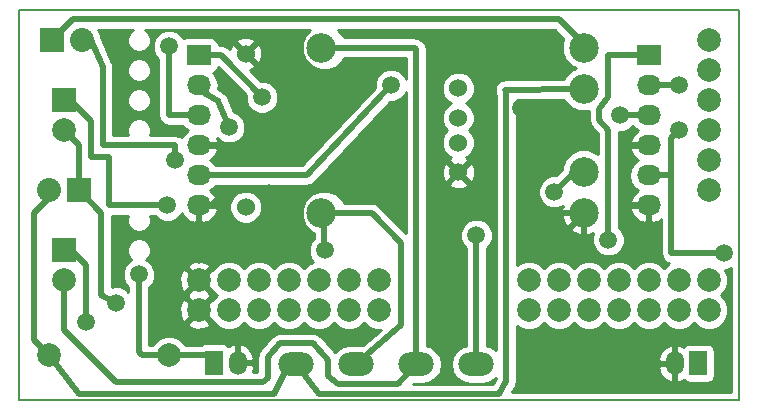
<source format=gbr>
G04 #@! TF.FileFunction,Copper,L2,Bot,Signal*
%FSLAX46Y46*%
G04 Gerber Fmt 4.6, Leading zero omitted, Abs format (unit mm)*
G04 Created by KiCad (PCBNEW 4.0.2-4+6225~38~ubuntu14.04.1-stable) date fre 22 apr 2016 20:18:46*
%MOMM*%
G01*
G04 APERTURE LIST*
%ADD10C,0.100000*%
%ADD11C,0.150000*%
%ADD12R,2.032000X2.032000*%
%ADD13O,2.032000X2.032000*%
%ADD14R,2.032000X1.727200*%
%ADD15O,2.032000X1.727200*%
%ADD16R,1.500000X2.000000*%
%ADD17O,1.500000X2.000000*%
%ADD18C,1.998980*%
%ADD19C,2.000000*%
%ADD20C,1.524000*%
%ADD21C,2.500000*%
%ADD22R,2.000000X2.000000*%
%ADD23O,3.000000X2.000000*%
%ADD24C,1.500000*%
%ADD25C,0.500000*%
%ADD26C,0.254000*%
G04 APERTURE END LIST*
D10*
D11*
X110490000Y-86360000D02*
X171450000Y-86360000D01*
X110490000Y-119380000D02*
X110490000Y-86360000D01*
X171450000Y-119380000D02*
X110490000Y-119380000D01*
X171450000Y-86360000D02*
X171450000Y-119380000D01*
D12*
X115570000Y-101600000D03*
D13*
X113030000Y-101600000D03*
D12*
X113284000Y-88900000D03*
D13*
X115824000Y-88900000D03*
D14*
X125730000Y-90170000D03*
D15*
X125730000Y-92710000D03*
X125730000Y-95250000D03*
X125730000Y-97790000D03*
X125730000Y-100330000D03*
X125730000Y-102870000D03*
D14*
X163830000Y-90170000D03*
D15*
X163830000Y-92710000D03*
X163830000Y-95250000D03*
X163830000Y-97790000D03*
X163830000Y-100330000D03*
X163830000Y-102870000D03*
D16*
X168020000Y-116240000D03*
D17*
X166020000Y-116240000D03*
D18*
X123190000Y-115570000D03*
X113030000Y-115570000D03*
D16*
X127000000Y-116205000D03*
D17*
X129000000Y-116205000D03*
D19*
X168910000Y-88900000D03*
X168910000Y-91440000D03*
X168910000Y-93980000D03*
X168910000Y-96520000D03*
X168910000Y-99060000D03*
X168910000Y-101600000D03*
X168910000Y-109220000D03*
X168910000Y-111760000D03*
X166370000Y-109220000D03*
X166370000Y-111760000D03*
X163830000Y-109220000D03*
X163830000Y-111760000D03*
X161290000Y-109220000D03*
X161290000Y-111760000D03*
X158750000Y-109220000D03*
X158750000Y-111760000D03*
X156210000Y-109220000D03*
X156210000Y-111760000D03*
X153670000Y-109220000D03*
X153670000Y-111760000D03*
X140970000Y-109220000D03*
X140970000Y-111760000D03*
X138430000Y-109220000D03*
X138430000Y-111760000D03*
X135890000Y-109220000D03*
X135890000Y-111760000D03*
X133350000Y-109220000D03*
X133350000Y-111760000D03*
X130810000Y-109220000D03*
X130810000Y-111760000D03*
X128270000Y-109220000D03*
X128270000Y-111760000D03*
X125730000Y-109220000D03*
X125730000Y-111760000D03*
D20*
X129700000Y-103020000D03*
X129700000Y-90020000D03*
X147700000Y-100070000D03*
X147700000Y-92970000D03*
X147700000Y-97570000D03*
X147700000Y-95470000D03*
D21*
X136070000Y-89520000D03*
X136070000Y-103520000D03*
X158320000Y-89520000D03*
X158320000Y-93020000D03*
X158320000Y-103520000D03*
X158320000Y-100020000D03*
D22*
X114300000Y-106680000D03*
D19*
X114300000Y-109220000D03*
D22*
X114300000Y-93980000D03*
D19*
X114300000Y-96520000D03*
D23*
X149225000Y-116332000D03*
X144145000Y-116332000D03*
X139065000Y-116332000D03*
X133985000Y-116332000D03*
D24*
X116205000Y-112776000D03*
X136398000Y-106680000D03*
X123063000Y-102870000D03*
X155829000Y-101727000D03*
X149225000Y-105410000D03*
X118745000Y-111125000D03*
X123698000Y-99060000D03*
X131064000Y-93726000D03*
X128270000Y-96266000D03*
X123190000Y-89408000D03*
X125730000Y-107061000D03*
X131699000Y-101854000D03*
X131826000Y-97790000D03*
X153035000Y-94615000D03*
X166370000Y-96520000D03*
X141986000Y-92710000D03*
X170180000Y-106934000D03*
X160401000Y-105791000D03*
X166370000Y-92710000D03*
X161417000Y-95250000D03*
X120650000Y-108712000D03*
D25*
X136320000Y-103520000D02*
X136320000Y-106602000D01*
X116205000Y-107950000D02*
X114935000Y-106680000D01*
X116205000Y-107950000D02*
X116205000Y-112776000D01*
X136320000Y-106602000D02*
X136398000Y-106680000D01*
X114300000Y-106680000D02*
X114935000Y-106680000D01*
X136320000Y-103520000D02*
X140350000Y-103520000D01*
X142875000Y-113030000D02*
X139065000Y-116332000D01*
X142875000Y-106045000D02*
X142875000Y-113030000D01*
X140350000Y-103520000D02*
X142875000Y-106045000D01*
X136320000Y-89520000D02*
X144018005Y-89532061D01*
X144018005Y-89532061D02*
X144145000Y-89759000D01*
X144145000Y-116332000D02*
X142621000Y-117983000D01*
X114300000Y-113411000D02*
X114300000Y-109220000D01*
X118745000Y-117856000D02*
X114300000Y-113411000D01*
X131191000Y-117856000D02*
X118745000Y-117856000D01*
X131572000Y-117475000D02*
X131191000Y-117856000D01*
X131572000Y-115697000D02*
X131572000Y-117475000D01*
X132588000Y-114554000D02*
X131572000Y-115697000D01*
X135382000Y-114554000D02*
X132588000Y-114554000D01*
X136652000Y-115951000D02*
X135382000Y-114554000D01*
X136652000Y-117348000D02*
X136652000Y-115951000D01*
X137541000Y-117983000D02*
X136652000Y-117348000D01*
X142621000Y-117983000D02*
X137541000Y-117983000D01*
X144145000Y-89647000D02*
X144145000Y-89759000D01*
X144145000Y-89759000D02*
X144145000Y-96647000D01*
X144145000Y-104775000D02*
X144145000Y-116332000D01*
X144145000Y-96647000D02*
X144145000Y-104775000D01*
X123063000Y-102870000D02*
X118110000Y-102870000D01*
X118110000Y-102870000D02*
X118110000Y-98806000D01*
X118110000Y-98806000D02*
X116586000Y-98806000D01*
X116586000Y-98806000D02*
X116586000Y-95758000D01*
X114808000Y-93980000D02*
X116586000Y-95758000D01*
X155829000Y-101727000D02*
X157536000Y-100020000D01*
X157536000Y-100020000D02*
X158320000Y-100020000D01*
X114808000Y-93980000D02*
X114300000Y-93980000D01*
X118745000Y-111125000D02*
X117475000Y-110490000D01*
X117475000Y-110490000D02*
X117475000Y-103505000D01*
X115570000Y-101600000D02*
X117475000Y-103505000D01*
X149225000Y-105410000D02*
X149225000Y-116332000D01*
X114300000Y-96520000D02*
X115570000Y-97790000D01*
X115570000Y-97790000D02*
X115570000Y-101600000D01*
X157685000Y-93020000D02*
X151638000Y-93091000D01*
X135890000Y-118872000D02*
X133985000Y-116332000D01*
X151130000Y-118872000D02*
X135890000Y-118872000D01*
X151765000Y-117729000D02*
X151130000Y-118872000D01*
X151765000Y-115824000D02*
X151765000Y-117729000D01*
X151765000Y-113665000D02*
X151765000Y-115824000D01*
X151765000Y-93210766D02*
X151765000Y-113665000D01*
X151638000Y-93091000D02*
X151765000Y-93210766D01*
X113030000Y-115570000D02*
X115570000Y-118872000D01*
X132080000Y-118872000D02*
X133350000Y-116332000D01*
X115570000Y-118872000D02*
X132080000Y-118872000D01*
X133350000Y-116332000D02*
X133985000Y-116332000D01*
X113030000Y-101600000D02*
X113030000Y-102235000D01*
X113030000Y-102235000D02*
X111760000Y-103505000D01*
X111760000Y-114300000D02*
X113030000Y-115570000D01*
X111760000Y-103505000D02*
X111760000Y-114300000D01*
X112395000Y-114935000D02*
X113030000Y-115570000D01*
X157685000Y-93020000D02*
X157155000Y-93020000D01*
X158320000Y-89520000D02*
X158320000Y-89232000D01*
X158320000Y-89232000D02*
X156210000Y-87122000D01*
X115062000Y-87122000D02*
X113284000Y-88900000D01*
X156210000Y-87122000D02*
X115062000Y-87122000D01*
X113030000Y-88646000D02*
X113030000Y-88900000D01*
X158320000Y-89520000D02*
X158320000Y-89105000D01*
X158320000Y-89520000D02*
X158320000Y-89740000D01*
X123698000Y-97790000D02*
X123698000Y-99060000D01*
X117602000Y-97790000D02*
X123698000Y-97790000D01*
X117602000Y-91186000D02*
X117602000Y-97790000D01*
X116586000Y-88900000D02*
X117602000Y-91186000D01*
X115824000Y-88900000D02*
X116586000Y-88900000D01*
X127635000Y-90170000D02*
X125730000Y-90170000D01*
X131064000Y-93726000D02*
X127635000Y-90170000D01*
X125476000Y-92964000D02*
X127336062Y-94026892D01*
X127336062Y-94026892D02*
X128270000Y-96266000D01*
X125730000Y-95250000D02*
X123190000Y-95250000D01*
X123190000Y-95250000D02*
X123190000Y-89408000D01*
X128143000Y-101600000D02*
X131445000Y-101600000D01*
X126873000Y-102870000D02*
X128143000Y-101600000D01*
X125730000Y-97790000D02*
X131826000Y-97790000D01*
X126873000Y-102870000D02*
X125730000Y-102870000D01*
X131445000Y-101600000D02*
X131699000Y-101854000D01*
X163830000Y-97790000D02*
X161798000Y-97790000D01*
X161798000Y-102870000D02*
X163830000Y-102870000D01*
X161798000Y-97790000D02*
X161798000Y-102870000D01*
X125730000Y-107061000D02*
X125730000Y-102870000D01*
X163830000Y-102870000D02*
X163830000Y-107315000D01*
X158320000Y-107110000D02*
X158320000Y-103520000D01*
X158115000Y-107315000D02*
X158320000Y-107110000D01*
X163830000Y-107315000D02*
X158115000Y-107315000D01*
X153035000Y-94615000D02*
X153035000Y-102235000D01*
X153035000Y-102235000D02*
X154305000Y-103505000D01*
X154305000Y-103505000D02*
X158305000Y-103505000D01*
X158305000Y-103505000D02*
X158320000Y-103520000D01*
X166370000Y-96520000D02*
X165735000Y-97155000D01*
X165735000Y-97155000D02*
X165735000Y-100330000D01*
X134874000Y-100330000D02*
X125730000Y-100330000D01*
X141986000Y-92710000D02*
X134874000Y-100330000D01*
X141986000Y-92710000D02*
X141986000Y-92710000D01*
X163195000Y-100330000D02*
X163830000Y-100330000D01*
X163830000Y-100330000D02*
X165735000Y-100330000D01*
X165735000Y-100330000D02*
X165735000Y-106680000D01*
X165735000Y-106680000D02*
X165735000Y-106934000D01*
X165735000Y-106934000D02*
X170180000Y-106934000D01*
X161925000Y-90170000D02*
X163830000Y-90170000D01*
X160401000Y-90170000D02*
X161925000Y-90170000D01*
X160401000Y-105791000D02*
X160401000Y-96520000D01*
X160401000Y-96520000D02*
X159639000Y-95631000D01*
X159639000Y-95631000D02*
X159639000Y-94742000D01*
X159639000Y-94742000D02*
X160401000Y-93726000D01*
X160401000Y-93726000D02*
X160401000Y-90170000D01*
X163830000Y-92710000D02*
X166370000Y-92710000D01*
X163830000Y-95250000D02*
X161417000Y-95250000D01*
X123190000Y-115570000D02*
X120904000Y-115570000D01*
X120650000Y-115316000D02*
X120650000Y-108712000D01*
X120904000Y-115570000D02*
X120650000Y-115316000D01*
X123190000Y-115570000D02*
X126365000Y-115570000D01*
X126365000Y-115570000D02*
X127000000Y-116205000D01*
D26*
G36*
X170740000Y-118670000D02*
X152254626Y-118670000D01*
X152538629Y-118158794D01*
X152554250Y-118110153D01*
X152582633Y-118067675D01*
X152606620Y-117947084D01*
X152644215Y-117830022D01*
X152640033Y-117779106D01*
X152650000Y-117729000D01*
X152650000Y-116586055D01*
X164627261Y-116586055D01*
X164770036Y-117111721D01*
X165103106Y-117542736D01*
X165575765Y-117813481D01*
X165678815Y-117832318D01*
X165893000Y-117709656D01*
X165893000Y-116367000D01*
X164788132Y-116367000D01*
X164627261Y-116586055D01*
X152650000Y-116586055D01*
X152650000Y-115893945D01*
X164627261Y-115893945D01*
X164788132Y-116113000D01*
X165893000Y-116113000D01*
X165893000Y-114770344D01*
X166147000Y-114770344D01*
X166147000Y-116113000D01*
X166167000Y-116113000D01*
X166167000Y-116367000D01*
X166147000Y-116367000D01*
X166147000Y-117709656D01*
X166361185Y-117832318D01*
X166464235Y-117813481D01*
X166771269Y-117637608D01*
X166805910Y-117691441D01*
X167018110Y-117836431D01*
X167270000Y-117887440D01*
X168770000Y-117887440D01*
X169005317Y-117843162D01*
X169221441Y-117704090D01*
X169366431Y-117491890D01*
X169417440Y-117240000D01*
X169417440Y-115240000D01*
X169373162Y-115004683D01*
X169234090Y-114788559D01*
X169021890Y-114643569D01*
X168770000Y-114592560D01*
X167270000Y-114592560D01*
X167034683Y-114636838D01*
X166818559Y-114775910D01*
X166772609Y-114843160D01*
X166464235Y-114666519D01*
X166361185Y-114647682D01*
X166147000Y-114770344D01*
X165893000Y-114770344D01*
X165678815Y-114647682D01*
X165575765Y-114666519D01*
X165103106Y-114937264D01*
X164770036Y-115368279D01*
X164627261Y-115893945D01*
X152650000Y-115893945D01*
X152650000Y-113052479D01*
X152742637Y-113145278D01*
X153343352Y-113394716D01*
X153993795Y-113395284D01*
X154594943Y-113146894D01*
X154940199Y-112802241D01*
X155282637Y-113145278D01*
X155883352Y-113394716D01*
X156533795Y-113395284D01*
X157134943Y-113146894D01*
X157480199Y-112802241D01*
X157822637Y-113145278D01*
X158423352Y-113394716D01*
X159073795Y-113395284D01*
X159674943Y-113146894D01*
X160020199Y-112802241D01*
X160362637Y-113145278D01*
X160963352Y-113394716D01*
X161613795Y-113395284D01*
X162214943Y-113146894D01*
X162560199Y-112802241D01*
X162902637Y-113145278D01*
X163503352Y-113394716D01*
X164153795Y-113395284D01*
X164754943Y-113146894D01*
X165100199Y-112802241D01*
X165442637Y-113145278D01*
X166043352Y-113394716D01*
X166693795Y-113395284D01*
X167294943Y-113146894D01*
X167640199Y-112802241D01*
X167982637Y-113145278D01*
X168583352Y-113394716D01*
X169233795Y-113395284D01*
X169834943Y-113146894D01*
X170295278Y-112687363D01*
X170544716Y-112086648D01*
X170545284Y-111436205D01*
X170296894Y-110835057D01*
X169952241Y-110489801D01*
X170295278Y-110147363D01*
X170544716Y-109546648D01*
X170545284Y-108896205D01*
X170306833Y-108319111D01*
X170454285Y-108319240D01*
X170740000Y-108201185D01*
X170740000Y-118670000D01*
X170740000Y-118670000D01*
G37*
X170740000Y-118670000D02*
X152254626Y-118670000D01*
X152538629Y-118158794D01*
X152554250Y-118110153D01*
X152582633Y-118067675D01*
X152606620Y-117947084D01*
X152644215Y-117830022D01*
X152640033Y-117779106D01*
X152650000Y-117729000D01*
X152650000Y-116586055D01*
X164627261Y-116586055D01*
X164770036Y-117111721D01*
X165103106Y-117542736D01*
X165575765Y-117813481D01*
X165678815Y-117832318D01*
X165893000Y-117709656D01*
X165893000Y-116367000D01*
X164788132Y-116367000D01*
X164627261Y-116586055D01*
X152650000Y-116586055D01*
X152650000Y-115893945D01*
X164627261Y-115893945D01*
X164788132Y-116113000D01*
X165893000Y-116113000D01*
X165893000Y-114770344D01*
X166147000Y-114770344D01*
X166147000Y-116113000D01*
X166167000Y-116113000D01*
X166167000Y-116367000D01*
X166147000Y-116367000D01*
X166147000Y-117709656D01*
X166361185Y-117832318D01*
X166464235Y-117813481D01*
X166771269Y-117637608D01*
X166805910Y-117691441D01*
X167018110Y-117836431D01*
X167270000Y-117887440D01*
X168770000Y-117887440D01*
X169005317Y-117843162D01*
X169221441Y-117704090D01*
X169366431Y-117491890D01*
X169417440Y-117240000D01*
X169417440Y-115240000D01*
X169373162Y-115004683D01*
X169234090Y-114788559D01*
X169021890Y-114643569D01*
X168770000Y-114592560D01*
X167270000Y-114592560D01*
X167034683Y-114636838D01*
X166818559Y-114775910D01*
X166772609Y-114843160D01*
X166464235Y-114666519D01*
X166361185Y-114647682D01*
X166147000Y-114770344D01*
X165893000Y-114770344D01*
X165678815Y-114647682D01*
X165575765Y-114666519D01*
X165103106Y-114937264D01*
X164770036Y-115368279D01*
X164627261Y-115893945D01*
X152650000Y-115893945D01*
X152650000Y-113052479D01*
X152742637Y-113145278D01*
X153343352Y-113394716D01*
X153993795Y-113395284D01*
X154594943Y-113146894D01*
X154940199Y-112802241D01*
X155282637Y-113145278D01*
X155883352Y-113394716D01*
X156533795Y-113395284D01*
X157134943Y-113146894D01*
X157480199Y-112802241D01*
X157822637Y-113145278D01*
X158423352Y-113394716D01*
X159073795Y-113395284D01*
X159674943Y-113146894D01*
X160020199Y-112802241D01*
X160362637Y-113145278D01*
X160963352Y-113394716D01*
X161613795Y-113395284D01*
X162214943Y-113146894D01*
X162560199Y-112802241D01*
X162902637Y-113145278D01*
X163503352Y-113394716D01*
X164153795Y-113395284D01*
X164754943Y-113146894D01*
X165100199Y-112802241D01*
X165442637Y-113145278D01*
X166043352Y-113394716D01*
X166693795Y-113395284D01*
X167294943Y-113146894D01*
X167640199Y-112802241D01*
X167982637Y-113145278D01*
X168583352Y-113394716D01*
X169233795Y-113395284D01*
X169834943Y-113146894D01*
X170295278Y-112687363D01*
X170544716Y-112086648D01*
X170545284Y-111436205D01*
X170296894Y-110835057D01*
X169952241Y-110489801D01*
X170295278Y-110147363D01*
X170544716Y-109546648D01*
X170545284Y-108896205D01*
X170306833Y-108319111D01*
X170454285Y-108319240D01*
X170740000Y-108201185D01*
X170740000Y-118670000D01*
G36*
X156595086Y-88758666D02*
X156435328Y-89143405D01*
X156434674Y-89893305D01*
X156721043Y-90586372D01*
X157250839Y-91117093D01*
X157619130Y-91270021D01*
X157253628Y-91421043D01*
X156722907Y-91950839D01*
X156641374Y-92147193D01*
X151627610Y-92206061D01*
X151619871Y-92207695D01*
X151612067Y-92206379D01*
X151451172Y-92243316D01*
X151289749Y-92277400D01*
X151283224Y-92281872D01*
X151275512Y-92283642D01*
X151141064Y-92379292D01*
X151004906Y-92472600D01*
X151000586Y-92479232D01*
X150994142Y-92483817D01*
X150906538Y-92623627D01*
X150816447Y-92761948D01*
X150814995Y-92769726D01*
X150810794Y-92776430D01*
X150783351Y-92939182D01*
X150753061Y-93101390D01*
X150754695Y-93109129D01*
X150753379Y-93116933D01*
X150790316Y-93277828D01*
X150824400Y-93439251D01*
X150828872Y-93445776D01*
X150830642Y-93453488D01*
X150880000Y-93522867D01*
X150880000Y-115147184D01*
X150392514Y-114821457D01*
X150110000Y-114765261D01*
X150110000Y-106483523D01*
X150398461Y-106195564D01*
X150609759Y-105686702D01*
X150610240Y-105135715D01*
X150399831Y-104626485D01*
X150010564Y-104236539D01*
X149501702Y-104025241D01*
X148950715Y-104024760D01*
X148441485Y-104235169D01*
X148051539Y-104624436D01*
X147840241Y-105133298D01*
X147839760Y-105684285D01*
X148050169Y-106193515D01*
X148340000Y-106483852D01*
X148340000Y-114765261D01*
X148057486Y-114821457D01*
X147527053Y-115175880D01*
X147172630Y-115706313D01*
X147048173Y-116332000D01*
X147172630Y-116957687D01*
X147527053Y-117488120D01*
X148057486Y-117842543D01*
X148683173Y-117967000D01*
X149766827Y-117967000D01*
X150392514Y-117842543D01*
X150864854Y-117526936D01*
X150609263Y-117987000D01*
X143821711Y-117987000D01*
X143840173Y-117967000D01*
X144686827Y-117967000D01*
X145312514Y-117842543D01*
X145842947Y-117488120D01*
X146197370Y-116957687D01*
X146321827Y-116332000D01*
X146197370Y-115706313D01*
X145842947Y-115175880D01*
X145312514Y-114821457D01*
X145030000Y-114765261D01*
X145030000Y-101050213D01*
X146899392Y-101050213D01*
X146968857Y-101292397D01*
X147492302Y-101479144D01*
X148047368Y-101451362D01*
X148431143Y-101292397D01*
X148500608Y-101050213D01*
X147700000Y-100249605D01*
X146899392Y-101050213D01*
X145030000Y-101050213D01*
X145030000Y-99862302D01*
X146290856Y-99862302D01*
X146318638Y-100417368D01*
X146477603Y-100801143D01*
X146719787Y-100870608D01*
X147520395Y-100070000D01*
X147879605Y-100070000D01*
X148680213Y-100870608D01*
X148922397Y-100801143D01*
X149109144Y-100277698D01*
X149081362Y-99722632D01*
X148922397Y-99338857D01*
X148680213Y-99269392D01*
X147879605Y-100070000D01*
X147520395Y-100070000D01*
X146719787Y-99269392D01*
X146477603Y-99338857D01*
X146290856Y-99862302D01*
X145030000Y-99862302D01*
X145030000Y-93246661D01*
X146302758Y-93246661D01*
X146514990Y-93760303D01*
X146907630Y-94153629D01*
X147067228Y-94219900D01*
X146909697Y-94284990D01*
X146516371Y-94677630D01*
X146303243Y-95190900D01*
X146302758Y-95746661D01*
X146514990Y-96260303D01*
X146774342Y-96520109D01*
X146516371Y-96777630D01*
X146303243Y-97290900D01*
X146302758Y-97846661D01*
X146514990Y-98360303D01*
X146907630Y-98753629D01*
X147051503Y-98813370D01*
X146968857Y-98847603D01*
X146899392Y-99089787D01*
X147700000Y-99890395D01*
X148500608Y-99089787D01*
X148431143Y-98847603D01*
X148342633Y-98816026D01*
X148490303Y-98755010D01*
X148883629Y-98362370D01*
X149096757Y-97849100D01*
X149097242Y-97293339D01*
X148885010Y-96779697D01*
X148625658Y-96519891D01*
X148883629Y-96262370D01*
X149096757Y-95749100D01*
X149097242Y-95193339D01*
X148885010Y-94679697D01*
X148492370Y-94286371D01*
X148332772Y-94220100D01*
X148490303Y-94155010D01*
X148883629Y-93762370D01*
X149096757Y-93249100D01*
X149097242Y-92693339D01*
X148885010Y-92179697D01*
X148492370Y-91786371D01*
X147979100Y-91573243D01*
X147423339Y-91572758D01*
X146909697Y-91784990D01*
X146516371Y-92177630D01*
X146303243Y-92690900D01*
X146302758Y-93246661D01*
X145030000Y-93246661D01*
X145030000Y-89647000D01*
X144962633Y-89308325D01*
X144770790Y-89021210D01*
X144680474Y-88960863D01*
X144644774Y-88907252D01*
X144600630Y-88877656D01*
X144566129Y-88837234D01*
X144458399Y-88782298D01*
X144357960Y-88714960D01*
X144305855Y-88704511D01*
X144258507Y-88680366D01*
X144137953Y-88670839D01*
X144019391Y-88647062D01*
X137994982Y-88637623D01*
X137918957Y-88453628D01*
X137473107Y-88007000D01*
X155843420Y-88007000D01*
X156595086Y-88758666D01*
X156595086Y-88758666D01*
G37*
X156595086Y-88758666D02*
X156435328Y-89143405D01*
X156434674Y-89893305D01*
X156721043Y-90586372D01*
X157250839Y-91117093D01*
X157619130Y-91270021D01*
X157253628Y-91421043D01*
X156722907Y-91950839D01*
X156641374Y-92147193D01*
X151627610Y-92206061D01*
X151619871Y-92207695D01*
X151612067Y-92206379D01*
X151451172Y-92243316D01*
X151289749Y-92277400D01*
X151283224Y-92281872D01*
X151275512Y-92283642D01*
X151141064Y-92379292D01*
X151004906Y-92472600D01*
X151000586Y-92479232D01*
X150994142Y-92483817D01*
X150906538Y-92623627D01*
X150816447Y-92761948D01*
X150814995Y-92769726D01*
X150810794Y-92776430D01*
X150783351Y-92939182D01*
X150753061Y-93101390D01*
X150754695Y-93109129D01*
X150753379Y-93116933D01*
X150790316Y-93277828D01*
X150824400Y-93439251D01*
X150828872Y-93445776D01*
X150830642Y-93453488D01*
X150880000Y-93522867D01*
X150880000Y-115147184D01*
X150392514Y-114821457D01*
X150110000Y-114765261D01*
X150110000Y-106483523D01*
X150398461Y-106195564D01*
X150609759Y-105686702D01*
X150610240Y-105135715D01*
X150399831Y-104626485D01*
X150010564Y-104236539D01*
X149501702Y-104025241D01*
X148950715Y-104024760D01*
X148441485Y-104235169D01*
X148051539Y-104624436D01*
X147840241Y-105133298D01*
X147839760Y-105684285D01*
X148050169Y-106193515D01*
X148340000Y-106483852D01*
X148340000Y-114765261D01*
X148057486Y-114821457D01*
X147527053Y-115175880D01*
X147172630Y-115706313D01*
X147048173Y-116332000D01*
X147172630Y-116957687D01*
X147527053Y-117488120D01*
X148057486Y-117842543D01*
X148683173Y-117967000D01*
X149766827Y-117967000D01*
X150392514Y-117842543D01*
X150864854Y-117526936D01*
X150609263Y-117987000D01*
X143821711Y-117987000D01*
X143840173Y-117967000D01*
X144686827Y-117967000D01*
X145312514Y-117842543D01*
X145842947Y-117488120D01*
X146197370Y-116957687D01*
X146321827Y-116332000D01*
X146197370Y-115706313D01*
X145842947Y-115175880D01*
X145312514Y-114821457D01*
X145030000Y-114765261D01*
X145030000Y-101050213D01*
X146899392Y-101050213D01*
X146968857Y-101292397D01*
X147492302Y-101479144D01*
X148047368Y-101451362D01*
X148431143Y-101292397D01*
X148500608Y-101050213D01*
X147700000Y-100249605D01*
X146899392Y-101050213D01*
X145030000Y-101050213D01*
X145030000Y-99862302D01*
X146290856Y-99862302D01*
X146318638Y-100417368D01*
X146477603Y-100801143D01*
X146719787Y-100870608D01*
X147520395Y-100070000D01*
X147879605Y-100070000D01*
X148680213Y-100870608D01*
X148922397Y-100801143D01*
X149109144Y-100277698D01*
X149081362Y-99722632D01*
X148922397Y-99338857D01*
X148680213Y-99269392D01*
X147879605Y-100070000D01*
X147520395Y-100070000D01*
X146719787Y-99269392D01*
X146477603Y-99338857D01*
X146290856Y-99862302D01*
X145030000Y-99862302D01*
X145030000Y-93246661D01*
X146302758Y-93246661D01*
X146514990Y-93760303D01*
X146907630Y-94153629D01*
X147067228Y-94219900D01*
X146909697Y-94284990D01*
X146516371Y-94677630D01*
X146303243Y-95190900D01*
X146302758Y-95746661D01*
X146514990Y-96260303D01*
X146774342Y-96520109D01*
X146516371Y-96777630D01*
X146303243Y-97290900D01*
X146302758Y-97846661D01*
X146514990Y-98360303D01*
X146907630Y-98753629D01*
X147051503Y-98813370D01*
X146968857Y-98847603D01*
X146899392Y-99089787D01*
X147700000Y-99890395D01*
X148500608Y-99089787D01*
X148431143Y-98847603D01*
X148342633Y-98816026D01*
X148490303Y-98755010D01*
X148883629Y-98362370D01*
X149096757Y-97849100D01*
X149097242Y-97293339D01*
X148885010Y-96779697D01*
X148625658Y-96519891D01*
X148883629Y-96262370D01*
X149096757Y-95749100D01*
X149097242Y-95193339D01*
X148885010Y-94679697D01*
X148492370Y-94286371D01*
X148332772Y-94220100D01*
X148490303Y-94155010D01*
X148883629Y-93762370D01*
X149096757Y-93249100D01*
X149097242Y-92693339D01*
X148885010Y-92179697D01*
X148492370Y-91786371D01*
X147979100Y-91573243D01*
X147423339Y-91572758D01*
X146909697Y-91784990D01*
X146516371Y-92177630D01*
X146303243Y-92690900D01*
X146302758Y-93246661D01*
X145030000Y-93246661D01*
X145030000Y-89647000D01*
X144962633Y-89308325D01*
X144770790Y-89021210D01*
X144680474Y-88960863D01*
X144644774Y-88907252D01*
X144600630Y-88877656D01*
X144566129Y-88837234D01*
X144458399Y-88782298D01*
X144357960Y-88714960D01*
X144305855Y-88704511D01*
X144258507Y-88680366D01*
X144137953Y-88670839D01*
X144019391Y-88647062D01*
X137994982Y-88637623D01*
X137918957Y-88453628D01*
X137473107Y-88007000D01*
X155843420Y-88007000D01*
X156595086Y-88758666D01*
G36*
X143260000Y-105178421D02*
X140975790Y-102894210D01*
X140925773Y-102860790D01*
X140688675Y-102702367D01*
X140632484Y-102691190D01*
X140350000Y-102634999D01*
X140349995Y-102635000D01*
X137993898Y-102635000D01*
X137918957Y-102453628D01*
X137389161Y-101922907D01*
X136696595Y-101635328D01*
X135946695Y-101634674D01*
X135253628Y-101921043D01*
X134722907Y-102450839D01*
X134435328Y-103143405D01*
X134434674Y-103893305D01*
X134721043Y-104586372D01*
X135250839Y-105117093D01*
X135435000Y-105193563D01*
X135435000Y-105684341D01*
X135224539Y-105894436D01*
X135013241Y-106403298D01*
X135012760Y-106954285D01*
X135223169Y-107463515D01*
X135409001Y-107649671D01*
X134965057Y-107833106D01*
X134619801Y-108177759D01*
X134277363Y-107834722D01*
X133676648Y-107585284D01*
X133026205Y-107584716D01*
X132425057Y-107833106D01*
X132079801Y-108177759D01*
X131737363Y-107834722D01*
X131136648Y-107585284D01*
X130486205Y-107584716D01*
X129885057Y-107833106D01*
X129539801Y-108177759D01*
X129197363Y-107834722D01*
X128596648Y-107585284D01*
X127946205Y-107584716D01*
X127345057Y-107833106D01*
X126917438Y-108259978D01*
X126882532Y-108247073D01*
X125909605Y-109220000D01*
X126882532Y-110192927D01*
X126917938Y-110179836D01*
X127227759Y-110490199D01*
X126917438Y-110799978D01*
X126882532Y-110787073D01*
X125909605Y-111760000D01*
X126882532Y-112732927D01*
X126917938Y-112719836D01*
X127342637Y-113145278D01*
X127943352Y-113394716D01*
X128593795Y-113395284D01*
X129194943Y-113146894D01*
X129540199Y-112802241D01*
X129882637Y-113145278D01*
X130483352Y-113394716D01*
X131133795Y-113395284D01*
X131734943Y-113146894D01*
X132080199Y-112802241D01*
X132422637Y-113145278D01*
X133023352Y-113394716D01*
X133673795Y-113395284D01*
X134274943Y-113146894D01*
X134620199Y-112802241D01*
X134962637Y-113145278D01*
X135563352Y-113394716D01*
X136213795Y-113395284D01*
X136814943Y-113146894D01*
X137160199Y-112802241D01*
X137502637Y-113145278D01*
X138103352Y-113394716D01*
X138753795Y-113395284D01*
X139354943Y-113146894D01*
X139700199Y-112802241D01*
X140042637Y-113145278D01*
X140643352Y-113394716D01*
X141102422Y-113395117D01*
X139600249Y-114697000D01*
X138523173Y-114697000D01*
X137897486Y-114821457D01*
X137367053Y-115175880D01*
X137272302Y-115317685D01*
X136036847Y-113958685D01*
X136019665Y-113945982D01*
X136007790Y-113928210D01*
X135881398Y-113843758D01*
X135759182Y-113753401D01*
X135738443Y-113748239D01*
X135720675Y-113736367D01*
X135571608Y-113706715D01*
X135424095Y-113670001D01*
X135402958Y-113673169D01*
X135382000Y-113669000D01*
X132588000Y-113669000D01*
X132562147Y-113674142D01*
X132536031Y-113670526D01*
X132393631Y-113707663D01*
X132249325Y-113736367D01*
X132227407Y-113751012D01*
X132201897Y-113757665D01*
X132084565Y-113846455D01*
X131962210Y-113928210D01*
X131947563Y-113950131D01*
X131926543Y-113966038D01*
X130910543Y-115109038D01*
X130836121Y-115235971D01*
X130754367Y-115358325D01*
X130749224Y-115384181D01*
X130735890Y-115406923D01*
X130715705Y-115552689D01*
X130687000Y-115697000D01*
X130687000Y-116971000D01*
X130278679Y-116971000D01*
X130392739Y-116551055D01*
X130231868Y-116332000D01*
X129127000Y-116332000D01*
X129127000Y-116352000D01*
X128873000Y-116352000D01*
X128873000Y-116332000D01*
X128853000Y-116332000D01*
X128853000Y-116078000D01*
X128873000Y-116078000D01*
X128873000Y-114735344D01*
X129127000Y-114735344D01*
X129127000Y-116078000D01*
X130231868Y-116078000D01*
X130392739Y-115858945D01*
X130249964Y-115333279D01*
X129916894Y-114902264D01*
X129444235Y-114631519D01*
X129341185Y-114612682D01*
X129127000Y-114735344D01*
X128873000Y-114735344D01*
X128658815Y-114612682D01*
X128555765Y-114631519D01*
X128248731Y-114807392D01*
X128214090Y-114753559D01*
X128001890Y-114608569D01*
X127750000Y-114557560D01*
X126250000Y-114557560D01*
X126014683Y-114601838D01*
X125885446Y-114685000D01*
X124592847Y-114685000D01*
X124576462Y-114645345D01*
X124117073Y-114185154D01*
X123516547Y-113935794D01*
X122866306Y-113935226D01*
X122265345Y-114183538D01*
X121805154Y-114642927D01*
X121787684Y-114685000D01*
X121535000Y-114685000D01*
X121535000Y-112912532D01*
X124757073Y-112912532D01*
X124855736Y-113179387D01*
X125465461Y-113405908D01*
X126115460Y-113381856D01*
X126604264Y-113179387D01*
X126702927Y-112912532D01*
X125730000Y-111939605D01*
X124757073Y-112912532D01*
X121535000Y-112912532D01*
X121535000Y-111495461D01*
X124084092Y-111495461D01*
X124108144Y-112145460D01*
X124310613Y-112634264D01*
X124577468Y-112732927D01*
X125550395Y-111760000D01*
X124577468Y-110787073D01*
X124310613Y-110885736D01*
X124084092Y-111495461D01*
X121535000Y-111495461D01*
X121535000Y-110372532D01*
X124757073Y-110372532D01*
X124800504Y-110490000D01*
X124757073Y-110607468D01*
X125730000Y-111580395D01*
X126702927Y-110607468D01*
X126659496Y-110490000D01*
X126702927Y-110372532D01*
X125730000Y-109399605D01*
X124757073Y-110372532D01*
X121535000Y-110372532D01*
X121535000Y-109785523D01*
X121823461Y-109497564D01*
X122034759Y-108988702D01*
X122034788Y-108955461D01*
X124084092Y-108955461D01*
X124108144Y-109605460D01*
X124310613Y-110094264D01*
X124577468Y-110192927D01*
X125550395Y-109220000D01*
X124577468Y-108247073D01*
X124310613Y-108345736D01*
X124084092Y-108955461D01*
X122034788Y-108955461D01*
X122035240Y-108437715D01*
X121882258Y-108067468D01*
X124757073Y-108067468D01*
X125730000Y-109040395D01*
X126702927Y-108067468D01*
X126604264Y-107800613D01*
X125994539Y-107574092D01*
X125344540Y-107598144D01*
X124855736Y-107800613D01*
X124757073Y-108067468D01*
X121882258Y-108067468D01*
X121824831Y-107928485D01*
X121435564Y-107538539D01*
X121289016Y-107477687D01*
X121510821Y-107256269D01*
X121665824Y-106882982D01*
X121666176Y-106478792D01*
X121511825Y-106105234D01*
X121226269Y-105819179D01*
X120852982Y-105664176D01*
X120448792Y-105663824D01*
X120075234Y-105818175D01*
X119789179Y-106103731D01*
X119634176Y-106477018D01*
X119633824Y-106881208D01*
X119788175Y-107254766D01*
X120010630Y-107477610D01*
X119866485Y-107537169D01*
X119476539Y-107926436D01*
X119265241Y-108435298D01*
X119264760Y-108986285D01*
X119475169Y-109495515D01*
X119765000Y-109785852D01*
X119765000Y-110186384D01*
X119530564Y-109951539D01*
X119021702Y-109740241D01*
X118470715Y-109739760D01*
X118360000Y-109785506D01*
X118360000Y-103755000D01*
X119709757Y-103755000D01*
X119634176Y-103937018D01*
X119633824Y-104341208D01*
X119788175Y-104714766D01*
X120073731Y-105000821D01*
X120447018Y-105155824D01*
X120851208Y-105156176D01*
X121224766Y-105001825D01*
X121510821Y-104716269D01*
X121665824Y-104342982D01*
X121666176Y-103938792D01*
X121590235Y-103755000D01*
X121989477Y-103755000D01*
X122277436Y-104043461D01*
X122786298Y-104254759D01*
X123337285Y-104255240D01*
X123846515Y-104044831D01*
X124236461Y-103655564D01*
X124276599Y-103558900D01*
X124379268Y-103772036D01*
X124815680Y-104161954D01*
X125368087Y-104355184D01*
X125603000Y-104210924D01*
X125603000Y-102997000D01*
X125857000Y-102997000D01*
X125857000Y-104210924D01*
X126091913Y-104355184D01*
X126644320Y-104161954D01*
X127080732Y-103772036D01*
X127309722Y-103296661D01*
X128302758Y-103296661D01*
X128514990Y-103810303D01*
X128907630Y-104203629D01*
X129420900Y-104416757D01*
X129976661Y-104417242D01*
X130490303Y-104205010D01*
X130883629Y-103812370D01*
X131096757Y-103299100D01*
X131097242Y-102743339D01*
X130885010Y-102229697D01*
X130492370Y-101836371D01*
X129979100Y-101623243D01*
X129423339Y-101622758D01*
X128909697Y-101834990D01*
X128516371Y-102227630D01*
X128303243Y-102740900D01*
X128302758Y-103296661D01*
X127309722Y-103296661D01*
X127334709Y-103244791D01*
X127337358Y-103229026D01*
X127216217Y-102997000D01*
X125857000Y-102997000D01*
X125603000Y-102997000D01*
X125583000Y-102997000D01*
X125583000Y-102743000D01*
X125603000Y-102743000D01*
X125603000Y-102723000D01*
X125857000Y-102723000D01*
X125857000Y-102743000D01*
X127216217Y-102743000D01*
X127337358Y-102510974D01*
X127334709Y-102495209D01*
X127080732Y-101967964D01*
X126664931Y-101596461D01*
X126974415Y-101389670D01*
X127091126Y-101215000D01*
X134874000Y-101215000D01*
X134889200Y-101211976D01*
X134904499Y-101214475D01*
X135058023Y-101178395D01*
X135212675Y-101147633D01*
X135225562Y-101139022D01*
X135240651Y-101135476D01*
X135368666Y-101043404D01*
X135499790Y-100955790D01*
X135508402Y-100942902D01*
X135520984Y-100933852D01*
X141903978Y-94094929D01*
X142260285Y-94095240D01*
X142769515Y-93884831D01*
X143159461Y-93495564D01*
X143260000Y-93253439D01*
X143260000Y-105178421D01*
X143260000Y-105178421D01*
G37*
X143260000Y-105178421D02*
X140975790Y-102894210D01*
X140925773Y-102860790D01*
X140688675Y-102702367D01*
X140632484Y-102691190D01*
X140350000Y-102634999D01*
X140349995Y-102635000D01*
X137993898Y-102635000D01*
X137918957Y-102453628D01*
X137389161Y-101922907D01*
X136696595Y-101635328D01*
X135946695Y-101634674D01*
X135253628Y-101921043D01*
X134722907Y-102450839D01*
X134435328Y-103143405D01*
X134434674Y-103893305D01*
X134721043Y-104586372D01*
X135250839Y-105117093D01*
X135435000Y-105193563D01*
X135435000Y-105684341D01*
X135224539Y-105894436D01*
X135013241Y-106403298D01*
X135012760Y-106954285D01*
X135223169Y-107463515D01*
X135409001Y-107649671D01*
X134965057Y-107833106D01*
X134619801Y-108177759D01*
X134277363Y-107834722D01*
X133676648Y-107585284D01*
X133026205Y-107584716D01*
X132425057Y-107833106D01*
X132079801Y-108177759D01*
X131737363Y-107834722D01*
X131136648Y-107585284D01*
X130486205Y-107584716D01*
X129885057Y-107833106D01*
X129539801Y-108177759D01*
X129197363Y-107834722D01*
X128596648Y-107585284D01*
X127946205Y-107584716D01*
X127345057Y-107833106D01*
X126917438Y-108259978D01*
X126882532Y-108247073D01*
X125909605Y-109220000D01*
X126882532Y-110192927D01*
X126917938Y-110179836D01*
X127227759Y-110490199D01*
X126917438Y-110799978D01*
X126882532Y-110787073D01*
X125909605Y-111760000D01*
X126882532Y-112732927D01*
X126917938Y-112719836D01*
X127342637Y-113145278D01*
X127943352Y-113394716D01*
X128593795Y-113395284D01*
X129194943Y-113146894D01*
X129540199Y-112802241D01*
X129882637Y-113145278D01*
X130483352Y-113394716D01*
X131133795Y-113395284D01*
X131734943Y-113146894D01*
X132080199Y-112802241D01*
X132422637Y-113145278D01*
X133023352Y-113394716D01*
X133673795Y-113395284D01*
X134274943Y-113146894D01*
X134620199Y-112802241D01*
X134962637Y-113145278D01*
X135563352Y-113394716D01*
X136213795Y-113395284D01*
X136814943Y-113146894D01*
X137160199Y-112802241D01*
X137502637Y-113145278D01*
X138103352Y-113394716D01*
X138753795Y-113395284D01*
X139354943Y-113146894D01*
X139700199Y-112802241D01*
X140042637Y-113145278D01*
X140643352Y-113394716D01*
X141102422Y-113395117D01*
X139600249Y-114697000D01*
X138523173Y-114697000D01*
X137897486Y-114821457D01*
X137367053Y-115175880D01*
X137272302Y-115317685D01*
X136036847Y-113958685D01*
X136019665Y-113945982D01*
X136007790Y-113928210D01*
X135881398Y-113843758D01*
X135759182Y-113753401D01*
X135738443Y-113748239D01*
X135720675Y-113736367D01*
X135571608Y-113706715D01*
X135424095Y-113670001D01*
X135402958Y-113673169D01*
X135382000Y-113669000D01*
X132588000Y-113669000D01*
X132562147Y-113674142D01*
X132536031Y-113670526D01*
X132393631Y-113707663D01*
X132249325Y-113736367D01*
X132227407Y-113751012D01*
X132201897Y-113757665D01*
X132084565Y-113846455D01*
X131962210Y-113928210D01*
X131947563Y-113950131D01*
X131926543Y-113966038D01*
X130910543Y-115109038D01*
X130836121Y-115235971D01*
X130754367Y-115358325D01*
X130749224Y-115384181D01*
X130735890Y-115406923D01*
X130715705Y-115552689D01*
X130687000Y-115697000D01*
X130687000Y-116971000D01*
X130278679Y-116971000D01*
X130392739Y-116551055D01*
X130231868Y-116332000D01*
X129127000Y-116332000D01*
X129127000Y-116352000D01*
X128873000Y-116352000D01*
X128873000Y-116332000D01*
X128853000Y-116332000D01*
X128853000Y-116078000D01*
X128873000Y-116078000D01*
X128873000Y-114735344D01*
X129127000Y-114735344D01*
X129127000Y-116078000D01*
X130231868Y-116078000D01*
X130392739Y-115858945D01*
X130249964Y-115333279D01*
X129916894Y-114902264D01*
X129444235Y-114631519D01*
X129341185Y-114612682D01*
X129127000Y-114735344D01*
X128873000Y-114735344D01*
X128658815Y-114612682D01*
X128555765Y-114631519D01*
X128248731Y-114807392D01*
X128214090Y-114753559D01*
X128001890Y-114608569D01*
X127750000Y-114557560D01*
X126250000Y-114557560D01*
X126014683Y-114601838D01*
X125885446Y-114685000D01*
X124592847Y-114685000D01*
X124576462Y-114645345D01*
X124117073Y-114185154D01*
X123516547Y-113935794D01*
X122866306Y-113935226D01*
X122265345Y-114183538D01*
X121805154Y-114642927D01*
X121787684Y-114685000D01*
X121535000Y-114685000D01*
X121535000Y-112912532D01*
X124757073Y-112912532D01*
X124855736Y-113179387D01*
X125465461Y-113405908D01*
X126115460Y-113381856D01*
X126604264Y-113179387D01*
X126702927Y-112912532D01*
X125730000Y-111939605D01*
X124757073Y-112912532D01*
X121535000Y-112912532D01*
X121535000Y-111495461D01*
X124084092Y-111495461D01*
X124108144Y-112145460D01*
X124310613Y-112634264D01*
X124577468Y-112732927D01*
X125550395Y-111760000D01*
X124577468Y-110787073D01*
X124310613Y-110885736D01*
X124084092Y-111495461D01*
X121535000Y-111495461D01*
X121535000Y-110372532D01*
X124757073Y-110372532D01*
X124800504Y-110490000D01*
X124757073Y-110607468D01*
X125730000Y-111580395D01*
X126702927Y-110607468D01*
X126659496Y-110490000D01*
X126702927Y-110372532D01*
X125730000Y-109399605D01*
X124757073Y-110372532D01*
X121535000Y-110372532D01*
X121535000Y-109785523D01*
X121823461Y-109497564D01*
X122034759Y-108988702D01*
X122034788Y-108955461D01*
X124084092Y-108955461D01*
X124108144Y-109605460D01*
X124310613Y-110094264D01*
X124577468Y-110192927D01*
X125550395Y-109220000D01*
X124577468Y-108247073D01*
X124310613Y-108345736D01*
X124084092Y-108955461D01*
X122034788Y-108955461D01*
X122035240Y-108437715D01*
X121882258Y-108067468D01*
X124757073Y-108067468D01*
X125730000Y-109040395D01*
X126702927Y-108067468D01*
X126604264Y-107800613D01*
X125994539Y-107574092D01*
X125344540Y-107598144D01*
X124855736Y-107800613D01*
X124757073Y-108067468D01*
X121882258Y-108067468D01*
X121824831Y-107928485D01*
X121435564Y-107538539D01*
X121289016Y-107477687D01*
X121510821Y-107256269D01*
X121665824Y-106882982D01*
X121666176Y-106478792D01*
X121511825Y-106105234D01*
X121226269Y-105819179D01*
X120852982Y-105664176D01*
X120448792Y-105663824D01*
X120075234Y-105818175D01*
X119789179Y-106103731D01*
X119634176Y-106477018D01*
X119633824Y-106881208D01*
X119788175Y-107254766D01*
X120010630Y-107477610D01*
X119866485Y-107537169D01*
X119476539Y-107926436D01*
X119265241Y-108435298D01*
X119264760Y-108986285D01*
X119475169Y-109495515D01*
X119765000Y-109785852D01*
X119765000Y-110186384D01*
X119530564Y-109951539D01*
X119021702Y-109740241D01*
X118470715Y-109739760D01*
X118360000Y-109785506D01*
X118360000Y-103755000D01*
X119709757Y-103755000D01*
X119634176Y-103937018D01*
X119633824Y-104341208D01*
X119788175Y-104714766D01*
X120073731Y-105000821D01*
X120447018Y-105155824D01*
X120851208Y-105156176D01*
X121224766Y-105001825D01*
X121510821Y-104716269D01*
X121665824Y-104342982D01*
X121666176Y-103938792D01*
X121590235Y-103755000D01*
X121989477Y-103755000D01*
X122277436Y-104043461D01*
X122786298Y-104254759D01*
X123337285Y-104255240D01*
X123846515Y-104044831D01*
X124236461Y-103655564D01*
X124276599Y-103558900D01*
X124379268Y-103772036D01*
X124815680Y-104161954D01*
X125368087Y-104355184D01*
X125603000Y-104210924D01*
X125603000Y-102997000D01*
X125857000Y-102997000D01*
X125857000Y-104210924D01*
X126091913Y-104355184D01*
X126644320Y-104161954D01*
X127080732Y-103772036D01*
X127309722Y-103296661D01*
X128302758Y-103296661D01*
X128514990Y-103810303D01*
X128907630Y-104203629D01*
X129420900Y-104416757D01*
X129976661Y-104417242D01*
X130490303Y-104205010D01*
X130883629Y-103812370D01*
X131096757Y-103299100D01*
X131097242Y-102743339D01*
X130885010Y-102229697D01*
X130492370Y-101836371D01*
X129979100Y-101623243D01*
X129423339Y-101622758D01*
X128909697Y-101834990D01*
X128516371Y-102227630D01*
X128303243Y-102740900D01*
X128302758Y-103296661D01*
X127309722Y-103296661D01*
X127334709Y-103244791D01*
X127337358Y-103229026D01*
X127216217Y-102997000D01*
X125857000Y-102997000D01*
X125603000Y-102997000D01*
X125583000Y-102997000D01*
X125583000Y-102743000D01*
X125603000Y-102743000D01*
X125603000Y-102723000D01*
X125857000Y-102723000D01*
X125857000Y-102743000D01*
X127216217Y-102743000D01*
X127337358Y-102510974D01*
X127334709Y-102495209D01*
X127080732Y-101967964D01*
X126664931Y-101596461D01*
X126974415Y-101389670D01*
X127091126Y-101215000D01*
X134874000Y-101215000D01*
X134889200Y-101211976D01*
X134904499Y-101214475D01*
X135058023Y-101178395D01*
X135212675Y-101147633D01*
X135225562Y-101139022D01*
X135240651Y-101135476D01*
X135368666Y-101043404D01*
X135499790Y-100955790D01*
X135508402Y-100942902D01*
X135520984Y-100933852D01*
X141903978Y-94094929D01*
X142260285Y-94095240D01*
X142769515Y-93884831D01*
X143159461Y-93495564D01*
X143260000Y-93253439D01*
X143260000Y-105178421D01*
G36*
X156721043Y-94086372D02*
X157250839Y-94617093D01*
X157943405Y-94904672D01*
X158693305Y-94905326D01*
X158754000Y-94880247D01*
X158754000Y-95631000D01*
X158781179Y-95767639D01*
X158797800Y-95905967D01*
X158814657Y-95935944D01*
X158821367Y-95969675D01*
X158898772Y-96085520D01*
X158967058Y-96206950D01*
X159516000Y-96847382D01*
X159516000Y-98549967D01*
X159389161Y-98422907D01*
X158696595Y-98135328D01*
X157946695Y-98134674D01*
X157253628Y-98421043D01*
X156722907Y-98950839D01*
X156435328Y-99643405D01*
X156435131Y-99869290D01*
X155962305Y-100342116D01*
X155554715Y-100341760D01*
X155045485Y-100552169D01*
X154655539Y-100941436D01*
X154444241Y-101450298D01*
X154443760Y-102001285D01*
X154654169Y-102510515D01*
X155043436Y-102900461D01*
X155552298Y-103111759D01*
X156103285Y-103112240D01*
X156524260Y-102938297D01*
X156425612Y-103195806D01*
X156445750Y-103945435D01*
X156693877Y-104544467D01*
X156986680Y-104673715D01*
X158140395Y-103520000D01*
X158126253Y-103505858D01*
X158305858Y-103326253D01*
X158320000Y-103340395D01*
X158334143Y-103326253D01*
X158513748Y-103505858D01*
X158499605Y-103520000D01*
X158513748Y-103534143D01*
X158334143Y-103713748D01*
X158320000Y-103699605D01*
X157166285Y-104853320D01*
X157295533Y-105146123D01*
X157995806Y-105414388D01*
X158745435Y-105394250D01*
X159132697Y-105233841D01*
X159016241Y-105514298D01*
X159015760Y-106065285D01*
X159226169Y-106574515D01*
X159615436Y-106964461D01*
X160124298Y-107175759D01*
X160675285Y-107176240D01*
X161184515Y-106965831D01*
X161574461Y-106576564D01*
X161785759Y-106067702D01*
X161786240Y-105516715D01*
X161575831Y-105007485D01*
X161286000Y-104717148D01*
X161286000Y-103229026D01*
X162222642Y-103229026D01*
X162225291Y-103244791D01*
X162479268Y-103772036D01*
X162915680Y-104161954D01*
X163468087Y-104355184D01*
X163703000Y-104210924D01*
X163703000Y-102997000D01*
X162343783Y-102997000D01*
X162222642Y-103229026D01*
X161286000Y-103229026D01*
X161286000Y-96634886D01*
X161691285Y-96635240D01*
X162200515Y-96424831D01*
X162477668Y-96148161D01*
X162585585Y-96309670D01*
X162895069Y-96516461D01*
X162479268Y-96887964D01*
X162225291Y-97415209D01*
X162222642Y-97430974D01*
X162343783Y-97663000D01*
X163703000Y-97663000D01*
X163703000Y-97643000D01*
X163957000Y-97643000D01*
X163957000Y-97663000D01*
X163977000Y-97663000D01*
X163977000Y-97917000D01*
X163957000Y-97917000D01*
X163957000Y-97937000D01*
X163703000Y-97937000D01*
X163703000Y-97917000D01*
X162343783Y-97917000D01*
X162222642Y-98149026D01*
X162225291Y-98164791D01*
X162479268Y-98692036D01*
X162895069Y-99063539D01*
X162585585Y-99270330D01*
X162260729Y-99756511D01*
X162146655Y-100330000D01*
X162260729Y-100903489D01*
X162585585Y-101389670D01*
X162895069Y-101596461D01*
X162479268Y-101967964D01*
X162225291Y-102495209D01*
X162222642Y-102510974D01*
X162343783Y-102743000D01*
X163703000Y-102743000D01*
X163703000Y-102723000D01*
X163957000Y-102723000D01*
X163957000Y-102743000D01*
X163977000Y-102743000D01*
X163977000Y-102997000D01*
X163957000Y-102997000D01*
X163957000Y-104210924D01*
X164191913Y-104355184D01*
X164744320Y-104161954D01*
X164850000Y-104067533D01*
X164850000Y-106934000D01*
X164917367Y-107272675D01*
X165109210Y-107559790D01*
X165396325Y-107751633D01*
X165562324Y-107784652D01*
X165445057Y-107833106D01*
X165099801Y-108177759D01*
X164757363Y-107834722D01*
X164156648Y-107585284D01*
X163506205Y-107584716D01*
X162905057Y-107833106D01*
X162559801Y-108177759D01*
X162217363Y-107834722D01*
X161616648Y-107585284D01*
X160966205Y-107584716D01*
X160365057Y-107833106D01*
X160019801Y-108177759D01*
X159677363Y-107834722D01*
X159076648Y-107585284D01*
X158426205Y-107584716D01*
X157825057Y-107833106D01*
X157479801Y-108177759D01*
X157137363Y-107834722D01*
X156536648Y-107585284D01*
X155886205Y-107584716D01*
X155285057Y-107833106D01*
X154939801Y-108177759D01*
X154597363Y-107834722D01*
X153996648Y-107585284D01*
X153346205Y-107584716D01*
X152745057Y-107833106D01*
X152650000Y-107927997D01*
X152650000Y-93964179D01*
X156651143Y-93917200D01*
X156721043Y-94086372D01*
X156721043Y-94086372D01*
G37*
X156721043Y-94086372D02*
X157250839Y-94617093D01*
X157943405Y-94904672D01*
X158693305Y-94905326D01*
X158754000Y-94880247D01*
X158754000Y-95631000D01*
X158781179Y-95767639D01*
X158797800Y-95905967D01*
X158814657Y-95935944D01*
X158821367Y-95969675D01*
X158898772Y-96085520D01*
X158967058Y-96206950D01*
X159516000Y-96847382D01*
X159516000Y-98549967D01*
X159389161Y-98422907D01*
X158696595Y-98135328D01*
X157946695Y-98134674D01*
X157253628Y-98421043D01*
X156722907Y-98950839D01*
X156435328Y-99643405D01*
X156435131Y-99869290D01*
X155962305Y-100342116D01*
X155554715Y-100341760D01*
X155045485Y-100552169D01*
X154655539Y-100941436D01*
X154444241Y-101450298D01*
X154443760Y-102001285D01*
X154654169Y-102510515D01*
X155043436Y-102900461D01*
X155552298Y-103111759D01*
X156103285Y-103112240D01*
X156524260Y-102938297D01*
X156425612Y-103195806D01*
X156445750Y-103945435D01*
X156693877Y-104544467D01*
X156986680Y-104673715D01*
X158140395Y-103520000D01*
X158126253Y-103505858D01*
X158305858Y-103326253D01*
X158320000Y-103340395D01*
X158334143Y-103326253D01*
X158513748Y-103505858D01*
X158499605Y-103520000D01*
X158513748Y-103534143D01*
X158334143Y-103713748D01*
X158320000Y-103699605D01*
X157166285Y-104853320D01*
X157295533Y-105146123D01*
X157995806Y-105414388D01*
X158745435Y-105394250D01*
X159132697Y-105233841D01*
X159016241Y-105514298D01*
X159015760Y-106065285D01*
X159226169Y-106574515D01*
X159615436Y-106964461D01*
X160124298Y-107175759D01*
X160675285Y-107176240D01*
X161184515Y-106965831D01*
X161574461Y-106576564D01*
X161785759Y-106067702D01*
X161786240Y-105516715D01*
X161575831Y-105007485D01*
X161286000Y-104717148D01*
X161286000Y-103229026D01*
X162222642Y-103229026D01*
X162225291Y-103244791D01*
X162479268Y-103772036D01*
X162915680Y-104161954D01*
X163468087Y-104355184D01*
X163703000Y-104210924D01*
X163703000Y-102997000D01*
X162343783Y-102997000D01*
X162222642Y-103229026D01*
X161286000Y-103229026D01*
X161286000Y-96634886D01*
X161691285Y-96635240D01*
X162200515Y-96424831D01*
X162477668Y-96148161D01*
X162585585Y-96309670D01*
X162895069Y-96516461D01*
X162479268Y-96887964D01*
X162225291Y-97415209D01*
X162222642Y-97430974D01*
X162343783Y-97663000D01*
X163703000Y-97663000D01*
X163703000Y-97643000D01*
X163957000Y-97643000D01*
X163957000Y-97663000D01*
X163977000Y-97663000D01*
X163977000Y-97917000D01*
X163957000Y-97917000D01*
X163957000Y-97937000D01*
X163703000Y-97937000D01*
X163703000Y-97917000D01*
X162343783Y-97917000D01*
X162222642Y-98149026D01*
X162225291Y-98164791D01*
X162479268Y-98692036D01*
X162895069Y-99063539D01*
X162585585Y-99270330D01*
X162260729Y-99756511D01*
X162146655Y-100330000D01*
X162260729Y-100903489D01*
X162585585Y-101389670D01*
X162895069Y-101596461D01*
X162479268Y-101967964D01*
X162225291Y-102495209D01*
X162222642Y-102510974D01*
X162343783Y-102743000D01*
X163703000Y-102743000D01*
X163703000Y-102723000D01*
X163957000Y-102723000D01*
X163957000Y-102743000D01*
X163977000Y-102743000D01*
X163977000Y-102997000D01*
X163957000Y-102997000D01*
X163957000Y-104210924D01*
X164191913Y-104355184D01*
X164744320Y-104161954D01*
X164850000Y-104067533D01*
X164850000Y-106934000D01*
X164917367Y-107272675D01*
X165109210Y-107559790D01*
X165396325Y-107751633D01*
X165562324Y-107784652D01*
X165445057Y-107833106D01*
X165099801Y-108177759D01*
X164757363Y-107834722D01*
X164156648Y-107585284D01*
X163506205Y-107584716D01*
X162905057Y-107833106D01*
X162559801Y-108177759D01*
X162217363Y-107834722D01*
X161616648Y-107585284D01*
X160966205Y-107584716D01*
X160365057Y-107833106D01*
X160019801Y-108177759D01*
X159677363Y-107834722D01*
X159076648Y-107585284D01*
X158426205Y-107584716D01*
X157825057Y-107833106D01*
X157479801Y-108177759D01*
X157137363Y-107834722D01*
X156536648Y-107585284D01*
X155886205Y-107584716D01*
X155285057Y-107833106D01*
X154939801Y-108177759D01*
X154597363Y-107834722D01*
X153996648Y-107585284D01*
X153346205Y-107584716D01*
X152745057Y-107833106D01*
X152650000Y-107927997D01*
X152650000Y-93964179D01*
X156651143Y-93917200D01*
X156721043Y-94086372D01*
G36*
X120075234Y-88038175D02*
X119789179Y-88323731D01*
X119634176Y-88697018D01*
X119633824Y-89101208D01*
X119788175Y-89474766D01*
X120073731Y-89760821D01*
X120447018Y-89915824D01*
X120851208Y-89916176D01*
X121224766Y-89761825D01*
X121510821Y-89476269D01*
X121665824Y-89102982D01*
X121666176Y-88698792D01*
X121511825Y-88325234D01*
X121226269Y-88039179D01*
X121148774Y-88007000D01*
X135167521Y-88007000D01*
X134722907Y-88450839D01*
X134435328Y-89143405D01*
X134434674Y-89893305D01*
X134721043Y-90586372D01*
X135250839Y-91117093D01*
X135943405Y-91404672D01*
X136693305Y-91405326D01*
X137386372Y-91118957D01*
X137917093Y-90589161D01*
X137992475Y-90407622D01*
X143260000Y-90415875D01*
X143260000Y-92166493D01*
X143160831Y-91926485D01*
X142771564Y-91536539D01*
X142262702Y-91325241D01*
X141711715Y-91324760D01*
X141202485Y-91535169D01*
X140812539Y-91924436D01*
X140601241Y-92433298D01*
X140600836Y-92897055D01*
X134489421Y-99445000D01*
X127091126Y-99445000D01*
X126974415Y-99270330D01*
X126664931Y-99063539D01*
X127080732Y-98692036D01*
X127334709Y-98164791D01*
X127337358Y-98149026D01*
X127216217Y-97917000D01*
X125857000Y-97917000D01*
X125857000Y-97937000D01*
X125603000Y-97937000D01*
X125603000Y-97917000D01*
X125583000Y-97917000D01*
X125583000Y-97663000D01*
X125603000Y-97663000D01*
X125603000Y-97643000D01*
X125857000Y-97643000D01*
X125857000Y-97663000D01*
X127216217Y-97663000D01*
X127337358Y-97430974D01*
X127334709Y-97415209D01*
X127217659Y-97172219D01*
X127484436Y-97439461D01*
X127993298Y-97650759D01*
X128544285Y-97651240D01*
X129053515Y-97440831D01*
X129443461Y-97051564D01*
X129654759Y-96542702D01*
X129655240Y-95991715D01*
X129444831Y-95482485D01*
X129055564Y-95092539D01*
X128673226Y-94933778D01*
X128152859Y-93686204D01*
X128087824Y-93589389D01*
X128035774Y-93485017D01*
X127992372Y-93447295D01*
X127960308Y-93399563D01*
X127863173Y-93335005D01*
X127775145Y-93258497D01*
X127352304Y-93016874D01*
X127413345Y-92710000D01*
X127299271Y-92136511D01*
X126974415Y-91650330D01*
X126960087Y-91640757D01*
X126981317Y-91636762D01*
X127197441Y-91497690D01*
X127342431Y-91285490D01*
X127366519Y-91166542D01*
X129679140Y-93564816D01*
X129678760Y-94000285D01*
X129889169Y-94509515D01*
X130278436Y-94899461D01*
X130787298Y-95110759D01*
X131338285Y-95111240D01*
X131847515Y-94900831D01*
X132237461Y-94511564D01*
X132448759Y-94002702D01*
X132449240Y-93451715D01*
X132238831Y-92942485D01*
X131849564Y-92552539D01*
X131340702Y-92341241D01*
X130957807Y-92340907D01*
X130050547Y-91400045D01*
X130431143Y-91242397D01*
X130500608Y-91000213D01*
X129700000Y-90199605D01*
X129685858Y-90213748D01*
X129506253Y-90034143D01*
X129520395Y-90020000D01*
X129879605Y-90020000D01*
X130680213Y-90820608D01*
X130922397Y-90751143D01*
X131109144Y-90227698D01*
X131081362Y-89672632D01*
X130922397Y-89288857D01*
X130680213Y-89219392D01*
X129879605Y-90020000D01*
X129520395Y-90020000D01*
X128719787Y-89219392D01*
X128477603Y-89288857D01*
X128352606Y-89639218D01*
X128272062Y-89555690D01*
X128265340Y-89551020D01*
X128260790Y-89544210D01*
X128123761Y-89452651D01*
X127988482Y-89358659D01*
X127980483Y-89356916D01*
X127973675Y-89352367D01*
X127812074Y-89320222D01*
X127651088Y-89285146D01*
X127643030Y-89286597D01*
X127635000Y-89285000D01*
X127389413Y-89285000D01*
X127349162Y-89071083D01*
X127329024Y-89039787D01*
X128899392Y-89039787D01*
X129700000Y-89840395D01*
X130500608Y-89039787D01*
X130431143Y-88797603D01*
X129907698Y-88610856D01*
X129352632Y-88638638D01*
X128968857Y-88797603D01*
X128899392Y-89039787D01*
X127329024Y-89039787D01*
X127210090Y-88854959D01*
X126997890Y-88709969D01*
X126746000Y-88658960D01*
X124714000Y-88658960D01*
X124478683Y-88703238D01*
X124414449Y-88744571D01*
X124364831Y-88624485D01*
X123975564Y-88234539D01*
X123466702Y-88023241D01*
X122915715Y-88022760D01*
X122406485Y-88233169D01*
X122016539Y-88622436D01*
X121805241Y-89131298D01*
X121804760Y-89682285D01*
X122015169Y-90191515D01*
X122305000Y-90481852D01*
X122305000Y-95250000D01*
X122372367Y-95588675D01*
X122564210Y-95875790D01*
X122851325Y-96067633D01*
X123190000Y-96135000D01*
X124368874Y-96135000D01*
X124485585Y-96309670D01*
X124795069Y-96516461D01*
X124379268Y-96887964D01*
X124265092Y-97124989D01*
X124036675Y-96972367D01*
X123698000Y-96905000D01*
X121590243Y-96905000D01*
X121665824Y-96722982D01*
X121666176Y-96318792D01*
X121511825Y-95945234D01*
X121226269Y-95659179D01*
X120852982Y-95504176D01*
X120448792Y-95503824D01*
X120075234Y-95658175D01*
X119789179Y-95943731D01*
X119634176Y-96317018D01*
X119633824Y-96721208D01*
X119709765Y-96905000D01*
X118487000Y-96905000D01*
X118487000Y-94181208D01*
X119633824Y-94181208D01*
X119788175Y-94554766D01*
X120073731Y-94840821D01*
X120447018Y-94995824D01*
X120851208Y-94996176D01*
X121224766Y-94841825D01*
X121510821Y-94556269D01*
X121665824Y-94182982D01*
X121666176Y-93778792D01*
X121511825Y-93405234D01*
X121226269Y-93119179D01*
X120852982Y-92964176D01*
X120448792Y-92963824D01*
X120075234Y-93118175D01*
X119789179Y-93403731D01*
X119634176Y-93777018D01*
X119633824Y-94181208D01*
X118487000Y-94181208D01*
X118487000Y-91641208D01*
X119633824Y-91641208D01*
X119788175Y-92014766D01*
X120073731Y-92300821D01*
X120447018Y-92455824D01*
X120851208Y-92456176D01*
X121224766Y-92301825D01*
X121510821Y-92016269D01*
X121665824Y-91642982D01*
X121666176Y-91238792D01*
X121511825Y-90865234D01*
X121226269Y-90579179D01*
X120852982Y-90424176D01*
X120448792Y-90423824D01*
X120075234Y-90578175D01*
X119789179Y-90863731D01*
X119634176Y-91237018D01*
X119633824Y-91641208D01*
X118487000Y-91641208D01*
X118487000Y-91186000D01*
X118484759Y-91174732D01*
X118486711Y-91163413D01*
X118451158Y-91005812D01*
X118419633Y-90847325D01*
X118413251Y-90837773D01*
X118410723Y-90826568D01*
X117422264Y-88602535D01*
X117349325Y-88235845D01*
X117196416Y-88007000D01*
X120150683Y-88007000D01*
X120075234Y-88038175D01*
X120075234Y-88038175D01*
G37*
X120075234Y-88038175D02*
X119789179Y-88323731D01*
X119634176Y-88697018D01*
X119633824Y-89101208D01*
X119788175Y-89474766D01*
X120073731Y-89760821D01*
X120447018Y-89915824D01*
X120851208Y-89916176D01*
X121224766Y-89761825D01*
X121510821Y-89476269D01*
X121665824Y-89102982D01*
X121666176Y-88698792D01*
X121511825Y-88325234D01*
X121226269Y-88039179D01*
X121148774Y-88007000D01*
X135167521Y-88007000D01*
X134722907Y-88450839D01*
X134435328Y-89143405D01*
X134434674Y-89893305D01*
X134721043Y-90586372D01*
X135250839Y-91117093D01*
X135943405Y-91404672D01*
X136693305Y-91405326D01*
X137386372Y-91118957D01*
X137917093Y-90589161D01*
X137992475Y-90407622D01*
X143260000Y-90415875D01*
X143260000Y-92166493D01*
X143160831Y-91926485D01*
X142771564Y-91536539D01*
X142262702Y-91325241D01*
X141711715Y-91324760D01*
X141202485Y-91535169D01*
X140812539Y-91924436D01*
X140601241Y-92433298D01*
X140600836Y-92897055D01*
X134489421Y-99445000D01*
X127091126Y-99445000D01*
X126974415Y-99270330D01*
X126664931Y-99063539D01*
X127080732Y-98692036D01*
X127334709Y-98164791D01*
X127337358Y-98149026D01*
X127216217Y-97917000D01*
X125857000Y-97917000D01*
X125857000Y-97937000D01*
X125603000Y-97937000D01*
X125603000Y-97917000D01*
X125583000Y-97917000D01*
X125583000Y-97663000D01*
X125603000Y-97663000D01*
X125603000Y-97643000D01*
X125857000Y-97643000D01*
X125857000Y-97663000D01*
X127216217Y-97663000D01*
X127337358Y-97430974D01*
X127334709Y-97415209D01*
X127217659Y-97172219D01*
X127484436Y-97439461D01*
X127993298Y-97650759D01*
X128544285Y-97651240D01*
X129053515Y-97440831D01*
X129443461Y-97051564D01*
X129654759Y-96542702D01*
X129655240Y-95991715D01*
X129444831Y-95482485D01*
X129055564Y-95092539D01*
X128673226Y-94933778D01*
X128152859Y-93686204D01*
X128087824Y-93589389D01*
X128035774Y-93485017D01*
X127992372Y-93447295D01*
X127960308Y-93399563D01*
X127863173Y-93335005D01*
X127775145Y-93258497D01*
X127352304Y-93016874D01*
X127413345Y-92710000D01*
X127299271Y-92136511D01*
X126974415Y-91650330D01*
X126960087Y-91640757D01*
X126981317Y-91636762D01*
X127197441Y-91497690D01*
X127342431Y-91285490D01*
X127366519Y-91166542D01*
X129679140Y-93564816D01*
X129678760Y-94000285D01*
X129889169Y-94509515D01*
X130278436Y-94899461D01*
X130787298Y-95110759D01*
X131338285Y-95111240D01*
X131847515Y-94900831D01*
X132237461Y-94511564D01*
X132448759Y-94002702D01*
X132449240Y-93451715D01*
X132238831Y-92942485D01*
X131849564Y-92552539D01*
X131340702Y-92341241D01*
X130957807Y-92340907D01*
X130050547Y-91400045D01*
X130431143Y-91242397D01*
X130500608Y-91000213D01*
X129700000Y-90199605D01*
X129685858Y-90213748D01*
X129506253Y-90034143D01*
X129520395Y-90020000D01*
X129879605Y-90020000D01*
X130680213Y-90820608D01*
X130922397Y-90751143D01*
X131109144Y-90227698D01*
X131081362Y-89672632D01*
X130922397Y-89288857D01*
X130680213Y-89219392D01*
X129879605Y-90020000D01*
X129520395Y-90020000D01*
X128719787Y-89219392D01*
X128477603Y-89288857D01*
X128352606Y-89639218D01*
X128272062Y-89555690D01*
X128265340Y-89551020D01*
X128260790Y-89544210D01*
X128123761Y-89452651D01*
X127988482Y-89358659D01*
X127980483Y-89356916D01*
X127973675Y-89352367D01*
X127812074Y-89320222D01*
X127651088Y-89285146D01*
X127643030Y-89286597D01*
X127635000Y-89285000D01*
X127389413Y-89285000D01*
X127349162Y-89071083D01*
X127329024Y-89039787D01*
X128899392Y-89039787D01*
X129700000Y-89840395D01*
X130500608Y-89039787D01*
X130431143Y-88797603D01*
X129907698Y-88610856D01*
X129352632Y-88638638D01*
X128968857Y-88797603D01*
X128899392Y-89039787D01*
X127329024Y-89039787D01*
X127210090Y-88854959D01*
X126997890Y-88709969D01*
X126746000Y-88658960D01*
X124714000Y-88658960D01*
X124478683Y-88703238D01*
X124414449Y-88744571D01*
X124364831Y-88624485D01*
X123975564Y-88234539D01*
X123466702Y-88023241D01*
X122915715Y-88022760D01*
X122406485Y-88233169D01*
X122016539Y-88622436D01*
X121805241Y-89131298D01*
X121804760Y-89682285D01*
X122015169Y-90191515D01*
X122305000Y-90481852D01*
X122305000Y-95250000D01*
X122372367Y-95588675D01*
X122564210Y-95875790D01*
X122851325Y-96067633D01*
X123190000Y-96135000D01*
X124368874Y-96135000D01*
X124485585Y-96309670D01*
X124795069Y-96516461D01*
X124379268Y-96887964D01*
X124265092Y-97124989D01*
X124036675Y-96972367D01*
X123698000Y-96905000D01*
X121590243Y-96905000D01*
X121665824Y-96722982D01*
X121666176Y-96318792D01*
X121511825Y-95945234D01*
X121226269Y-95659179D01*
X120852982Y-95504176D01*
X120448792Y-95503824D01*
X120075234Y-95658175D01*
X119789179Y-95943731D01*
X119634176Y-96317018D01*
X119633824Y-96721208D01*
X119709765Y-96905000D01*
X118487000Y-96905000D01*
X118487000Y-94181208D01*
X119633824Y-94181208D01*
X119788175Y-94554766D01*
X120073731Y-94840821D01*
X120447018Y-94995824D01*
X120851208Y-94996176D01*
X121224766Y-94841825D01*
X121510821Y-94556269D01*
X121665824Y-94182982D01*
X121666176Y-93778792D01*
X121511825Y-93405234D01*
X121226269Y-93119179D01*
X120852982Y-92964176D01*
X120448792Y-92963824D01*
X120075234Y-93118175D01*
X119789179Y-93403731D01*
X119634176Y-93777018D01*
X119633824Y-94181208D01*
X118487000Y-94181208D01*
X118487000Y-91641208D01*
X119633824Y-91641208D01*
X119788175Y-92014766D01*
X120073731Y-92300821D01*
X120447018Y-92455824D01*
X120851208Y-92456176D01*
X121224766Y-92301825D01*
X121510821Y-92016269D01*
X121665824Y-91642982D01*
X121666176Y-91238792D01*
X121511825Y-90865234D01*
X121226269Y-90579179D01*
X120852982Y-90424176D01*
X120448792Y-90423824D01*
X120075234Y-90578175D01*
X119789179Y-90863731D01*
X119634176Y-91237018D01*
X119633824Y-91641208D01*
X118487000Y-91641208D01*
X118487000Y-91186000D01*
X118484759Y-91174732D01*
X118486711Y-91163413D01*
X118451158Y-91005812D01*
X118419633Y-90847325D01*
X118413251Y-90837773D01*
X118410723Y-90826568D01*
X117422264Y-88602535D01*
X117349325Y-88235845D01*
X117196416Y-88007000D01*
X120150683Y-88007000D01*
X120075234Y-88038175D01*
M02*

</source>
